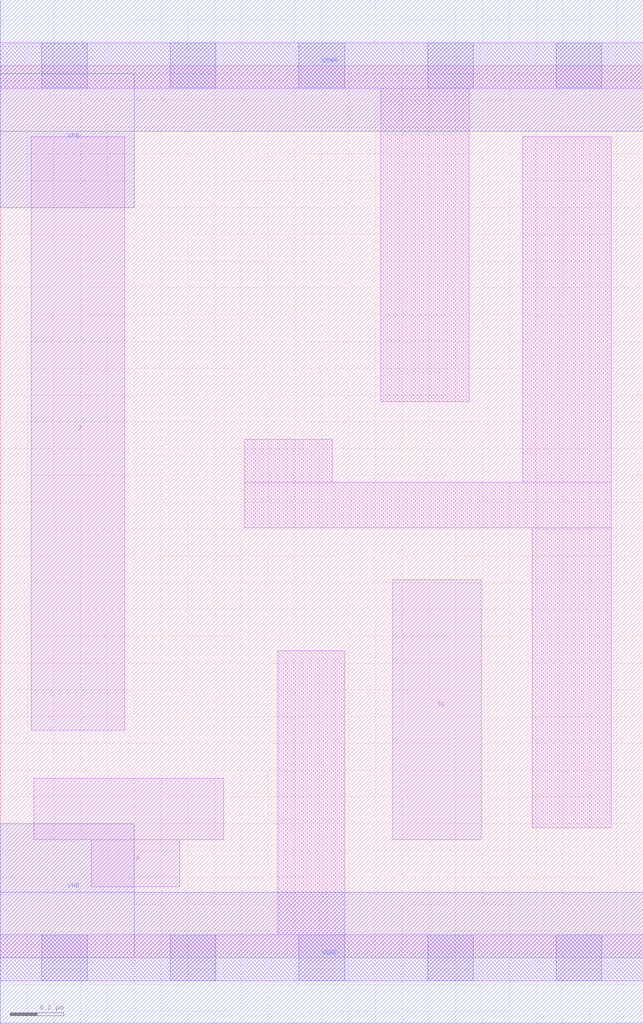
<source format=lef>
# Copyright 2020 The SkyWater PDK Authors
#
# Licensed under the Apache License, Version 2.0 (the "License");
# you may not use this file except in compliance with the License.
# You may obtain a copy of the License at
#
#     https://www.apache.org/licenses/LICENSE-2.0
#
# Unless required by applicable law or agreed to in writing, software
# distributed under the License is distributed on an "AS IS" BASIS,
# WITHOUT WARRANTIES OR CONDITIONS OF ANY KIND, either express or implied.
# See the License for the specific language governing permissions and
# limitations under the License.
#
# SPDX-License-Identifier: Apache-2.0

VERSION 5.5 ;
NAMESCASESENSITIVE ON ;
BUSBITCHARS "[]" ;
DIVIDERCHAR "/" ;
MACRO sky130_fd_sc_lp__einvp_lp
  CLASS CORE ;
  SOURCE USER ;
  ORIGIN  0.000000  0.000000 ;
  SIZE  2.400000 BY  3.330000 ;
  SYMMETRY X Y R90 ;
  SITE unit ;
  PIN A
    ANTENNAGATEAREA  0.313000 ;
    DIRECTION INPUT ;
    USE SIGNAL ;
    PORT
      LAYER li1 ;
        RECT 0.125000 0.440000 0.835000 0.670000 ;
        RECT 0.340000 0.265000 0.670000 0.440000 ;
    END
  END A
  PIN TE
    ANTENNAGATEAREA  0.439000 ;
    DIRECTION INPUT ;
    USE SIGNAL ;
    PORT
      LAYER li1 ;
        RECT 1.465000 0.440000 1.795000 1.410000 ;
    END
  END TE
  PIN Z
    ANTENNADIFFAREA  0.448450 ;
    DIRECTION OUTPUT ;
    USE SIGNAL ;
    PORT
      LAYER li1 ;
        RECT 0.115000 0.850000 0.465000 3.065000 ;
    END
  END Z
  PIN VGND
    DIRECTION INOUT ;
    USE GROUND ;
    PORT
      LAYER met1 ;
        RECT 0.000000 -0.245000 2.400000 0.245000 ;
    END
  END VGND
  PIN VNB
    DIRECTION INOUT ;
    USE GROUND ;
    PORT
    END
  END VNB
  PIN VPB
    DIRECTION INOUT ;
    USE POWER ;
    PORT
    END
  END VPB
  PIN VNB
    DIRECTION INOUT ;
    USE GROUND ;
    PORT
      LAYER met1 ;
        RECT 0.000000 0.000000 0.500000 0.500000 ;
    END
  END VNB
  PIN VPB
    DIRECTION INOUT ;
    USE POWER ;
    PORT
      LAYER met1 ;
        RECT 0.000000 2.800000 0.500000 3.300000 ;
    END
  END VPB
  PIN VPWR
    DIRECTION INOUT ;
    USE POWER ;
    PORT
      LAYER met1 ;
        RECT 0.000000 3.085000 2.400000 3.575000 ;
    END
  END VPWR
  OBS
    LAYER li1 ;
      RECT 0.000000 -0.085000 2.400000 0.085000 ;
      RECT 0.000000  3.245000 2.400000 3.415000 ;
      RECT 0.910000  1.605000 2.280000 1.775000 ;
      RECT 0.910000  1.775000 1.240000 1.935000 ;
      RECT 1.035000  0.085000 1.285000 1.145000 ;
      RECT 1.420000  2.075000 1.750000 3.245000 ;
      RECT 1.950000  1.775000 2.280000 3.065000 ;
      RECT 1.985000  0.485000 2.280000 1.605000 ;
    LAYER mcon ;
      RECT 0.155000 -0.085000 0.325000 0.085000 ;
      RECT 0.155000  3.245000 0.325000 3.415000 ;
      RECT 0.635000 -0.085000 0.805000 0.085000 ;
      RECT 0.635000  3.245000 0.805000 3.415000 ;
      RECT 1.115000 -0.085000 1.285000 0.085000 ;
      RECT 1.115000  3.245000 1.285000 3.415000 ;
      RECT 1.595000 -0.085000 1.765000 0.085000 ;
      RECT 1.595000  3.245000 1.765000 3.415000 ;
      RECT 2.075000 -0.085000 2.245000 0.085000 ;
      RECT 2.075000  3.245000 2.245000 3.415000 ;
  END
END sky130_fd_sc_lp__einvp_lp
END LIBRARY

</source>
